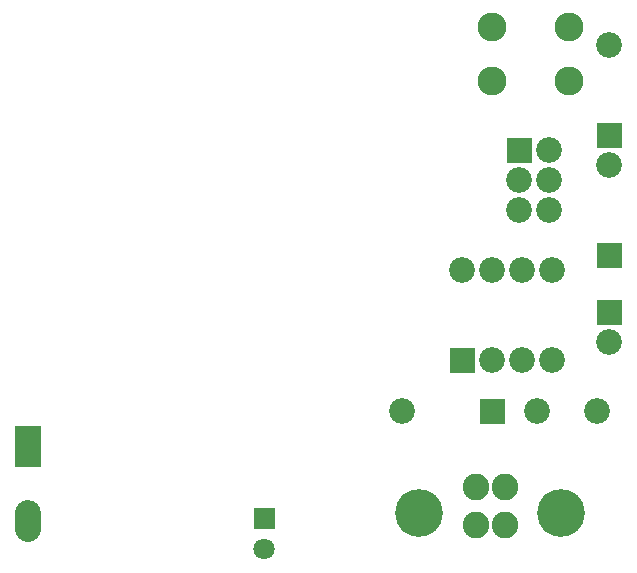
<source format=gbs>
G04 start of page 2 for group 11 layer_idx 9 *
G04 Title: (unknown), bottom_mask *
G04 Creator: pcb-rnd 3.1.4-dev *
G04 CreationDate: 2024-01-01 05:55:27 UTC *
G04 For: STEM4ukraine *
G04 Format: Gerber/RS-274X *
G04 PCB-Dimensions: 393701 402362 *
G04 PCB-Coordinate-Origin: lower left *
%MOIN*%
%FSLAX25Y25*%
%LNBOTTOM_MASK_NONE_11*%
%ADD62C,0.0960*%
%ADD61C,0.0710*%
%ADD60C,0.0887*%
%ADD59C,0.1595*%
%ADD58C,0.0001*%
%ADD57C,0.0860*%
G54D57*X336000Y102362D03*
X346000D03*
X356000D03*
X355000Y122362D03*
X365000D03*
G54D58*G36*
X331700Y68062D02*Y76662D01*
X340300D01*
Y68062D01*
X331700D01*
G37*
G54D57*X346000Y72362D03*
X356000D03*
X316000Y55362D03*
G54D58*G36*
X350300Y51062D02*X341700D01*
Y59662D01*
X350300D01*
Y51062D01*
G37*
G54D59*X321598Y21362D03*
G54D60*X340378Y30220D03*
Y17622D03*
X350220D03*
G54D58*G36*
X273495Y23164D02*Y16064D01*
X266395D01*
Y23164D01*
X273495D01*
G37*
G54D61*X269945Y9614D03*
G54D60*X350220Y30220D03*
G54D57*X191205Y21425D02*Y16268D01*
G54D58*G36*
X195505Y50568D02*Y36768D01*
X186905D01*
Y50568D01*
X195505D01*
G37*
G54D57*X366000Y72362D03*
X381000Y55362D03*
X361000D03*
G54D59*X369000Y21362D03*
G54D57*X366000Y102362D03*
G54D58*G36*
X380700Y103062D02*Y111662D01*
X389300D01*
Y103062D01*
X380700D01*
G37*
G36*
Y92662D02*X389300D01*
Y84062D01*
X380700D01*
Y92662D01*
G37*
G54D57*X385000Y78362D03*
G54D58*G36*
X380700Y143062D02*Y151662D01*
X389300D01*
Y143062D01*
X380700D01*
G37*
G36*
X350700Y146662D02*X359300D01*
Y138062D01*
X350700D01*
Y146662D01*
G37*
G54D57*X355000Y132362D03*
X365000Y142362D03*
Y132362D03*
X385000Y137362D03*
Y177362D03*
G54D62*X371591Y165362D03*
X346000D03*
X371591Y183362D03*
X346000D03*
M02*

</source>
